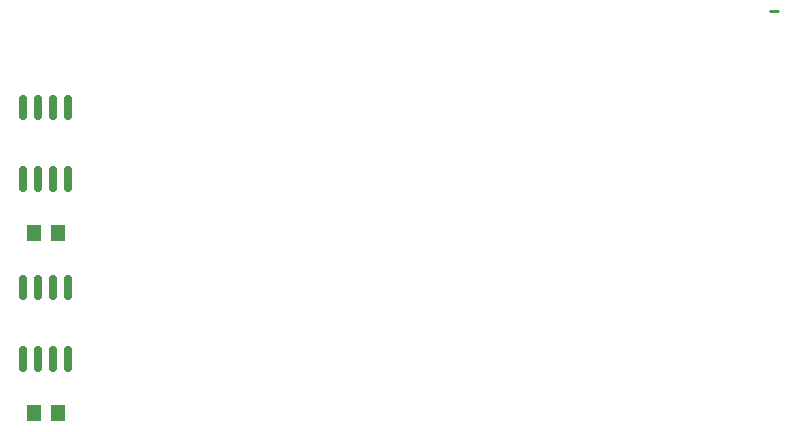
<source format=gtp>
G04 Layer: TopPasteMaskLayer*
G04 EasyEDA v6.3.22, 2020-01-24T18:32:25--3:00*
G04 4d49d37693604a838117592599bc2fa2,3fb4d9e5e1f4485794c53a7e2051cb48,10*
G04 Gerber Generator version 0.2*
G04 Scale: 100 percent, Rotated: No, Reflected: No *
G04 Dimensions in inches *
G04 leading zeros omitted , absolute positions ,2 integer and 4 decimal *
%FSLAX24Y24*%
%MOIN*%
G90*
G70D02*

%ADD10C,0.010000*%
%ADD12C,0.027559*%
%ADD14R,0.045670X0.057087*%

%LPD*%
G54D10*
G01X46200Y20400D02*
G01X46400Y20400D01*
G01X46150Y20400D01*
G54D12*
G01X21250Y14514D02*
G01X21250Y15105D01*
G01X21750Y14514D02*
G01X21750Y15105D01*
G01X22250Y14514D02*
G01X22250Y15105D01*
G01X22750Y14514D02*
G01X22750Y15105D01*
G01X21250Y16894D02*
G01X21250Y17485D01*
G01X21750Y16894D02*
G01X21750Y17485D01*
G01X22250Y16894D02*
G01X22250Y17485D01*
G01X22750Y16894D02*
G01X22750Y17485D01*
G01X21250Y8514D02*
G01X21250Y9105D01*
G01X21750Y8514D02*
G01X21750Y9105D01*
G01X22250Y8514D02*
G01X22250Y9105D01*
G01X22750Y8514D02*
G01X22750Y9105D01*
G01X21250Y10894D02*
G01X21250Y11485D01*
G01X21750Y10894D02*
G01X21750Y11485D01*
G01X22250Y10894D02*
G01X22250Y11485D01*
G01X22750Y10894D02*
G01X22750Y11485D01*
G54D14*
G01X22400Y7000D03*
G01X21600Y7000D03*
G01X22400Y13000D03*
G01X21600Y13000D03*
M00*
M02*

</source>
